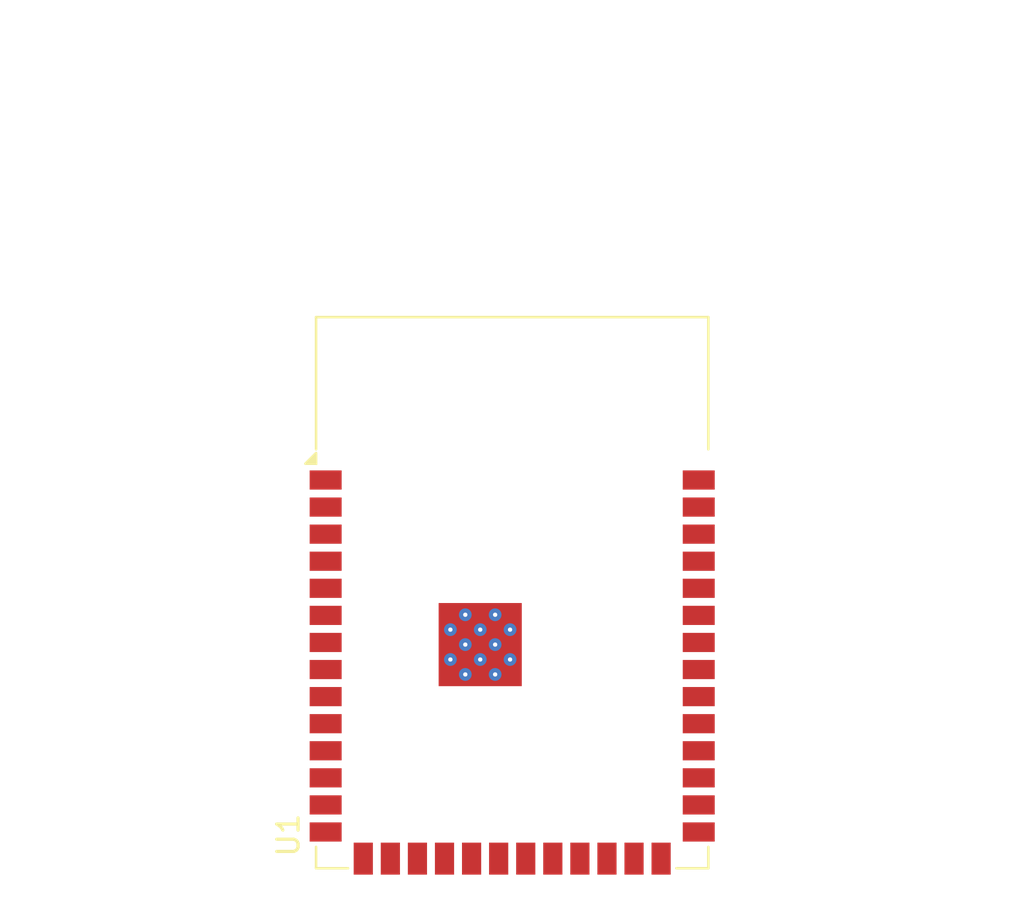
<source format=kicad_pcb>
(kicad_pcb (version 20240108) (generator "pcbnew") (generator_version "8.0")
  (layers (0 "F.Cu" signal) (31 "B.Cu" signal) (34 "B.Paste" user) (35 "F.Paste" user) (36 "B.SilkS" user "B.Silkscreen") (37 "F.SilkS" user "F.Silkscreen") (38 "B.Mask" user) (39 "F.Mask" user) (44 "Edge.Cuts" user))
  (net 0 "")
  (net 1 "/D8")
  (net 2 "/D7")
  (net 3 "/CAM_RESET")
  (net 4 "Net-(U1-GND-Pad1)")
  (net 5 "/D2")
  (net 6 "/CAM_SIOD")
  (net 11 "/DGND")
  (net 14 "/CAM_PCLK")
  (net 20 "/CAM_SIOC")
  (net 23 "/CAM_VSYNC")
  (net 29 "/D3")
  (net 31 "/CAM_XVCLK")
  (net 33 "/D4")
  (net 35 "/D6")
  (net 37 "/D9")
  (net 39 "/D5")
  (footprint "RF_Module:ESP32-S3-WROOM-1" (layer "F.Cu") (at 115.49 79.5)
    (property "Reference" "U1" (at -10.5 11.4 90) (layer "F.SilkS"))
    (property "Value" "ESP32-S3-WROOM-1")
    (fp_line (start -9.2 -12.9) (end -9.2 -6.7) (stroke (width 0.12)) (layer "F.SilkS"))
    (fp_line (start -9.2 -12.9) (end 9.2 -12.9) (stroke (width 0.12)) (layer "F.SilkS"))
    (fp_line (start -9.2 11.95) (end -9.2 12.95) (stroke (width 0.12)) (layer "F.SilkS"))
    (fp_line (start -9.2 12.95) (end -7.7 12.95) (stroke (width 0.12)) (layer "F.SilkS"))
    (fp_line (start 9.2 -12.9) (end 9.2 -6.7) (stroke (width 0.12)) (layer "F.SilkS"))
    (fp_line (start 9.2 12.95) (end 7.7 12.95) (stroke (width 0.12)) (layer "F.SilkS"))
    (fp_line (start 9.2 12.95) (end 9.2 11.95) (stroke (width 0.12)) (layer "F.SilkS"))
    (fp_poly (pts (xy -9.2 -6.025) (xy -9.7 -6.025) (xy -9.2 -6.525) (xy -9.2 -6.025)) (stroke (width 0.12)) (fill solid) (layer "F.SilkS"))
    (pad "1" smd rect (at -8.75 -5.26) (size 1.5 0.9) (layers "F.Cu" "F.Paste" "F.Mask") (net 4 "Net-(U1-GND-Pad1)"))
    (pad "2" smd rect (at -8.75 -3.99) (size 1.5 0.9) (layers "F.Cu" "F.Paste" "F.Mask"))
    (pad "3" smd rect (at -8.75 -2.72) (size 1.5 0.9) (layers "F.Cu" "F.Paste" "F.Mask"))
    (pad "4" smd rect (at -8.75 -1.45) (size 1.5 0.9) (layers "F.Cu" "F.Paste" "F.Mask") (net 6 "/CAM_SIOD"))
    (pad "5" smd rect (at -8.75 -0.18) (size 1.5 0.9) (layers "F.Cu" "F.Paste" "F.Mask") (net 20 "/CAM_SIOC"))
    (pad "6" smd rect (at -8.75 1.09) (size 1.5 0.9) (layers "F.Cu" "F.Paste" "F.Mask") (net 3 "/CAM_RESET"))
    (pad "7" smd rect (at -8.75 2.36) (size 1.5 0.9) (layers "F.Cu" "F.Paste" "F.Mask") (net 23 "/CAM_VSYNC"))
    (pad "8" smd rect (at -8.75 3.63) (size 1.5 0.9) (layers "F.Cu" "F.Paste" "F.Mask") (net 5 "/D2"))
    (pad "9" smd rect (at -8.75 4.9) (size 1.5 0.9) (layers "F.Cu" "F.Paste" "F.Mask") (net 39 "/D5"))
    (pad "10" smd rect (at -8.75 6.17) (size 1.5 0.9) (layers "F.Cu" "F.Paste" "F.Mask") (net 29 "/D3"))
    (pad "11" smd rect (at -8.75 7.44) (size 1.5 0.9) (layers "F.Cu" "F.Paste" "F.Mask") (net 33 "/D4"))
    (pad "12" smd rect (at -8.75 8.71) (size 1.5 0.9) (layers "F.Cu" "F.Paste" "F.Mask") (net 37 "/D9"))
    (pad "13" smd rect (at -8.75 9.98) (size 1.5 0.9) (layers "F.Cu" "F.Paste" "F.Mask"))
    (pad "14" smd rect (at -8.75 11.25 180) (size 1.5 0.9) (layers "F.Cu" "F.Paste" "F.Mask"))
    (pad "15" smd rect (at -6.985 12.5 270) (size 1.5 0.9) (layers "F.Cu" "F.Paste" "F.Mask"))
    (pad "16" smd rect (at -5.715 12.5 270) (size 1.5 0.9) (layers "F.Cu" "F.Paste" "F.Mask"))
    (pad "17" smd rect (at -4.445 12.5 270) (size 1.5 0.9) (layers "F.Cu" "F.Paste" "F.Mask") (net 31 "/CAM_XVCLK"))
    (pad "18" smd rect (at -3.175 12.5 270) (size 1.5 0.9) (layers "F.Cu" "F.Paste" "F.Mask") (net 1 "/D8"))
    (pad "19" smd rect (at -1.905 12.5 270) (size 1.5 0.9) (layers "F.Cu" "F.Paste" "F.Mask") (net 11 "/DGND"))
    (pad "20" smd rect (at -0.635 12.5 270) (size 1.5 0.9) (layers "F.Cu" "F.Paste" "F.Mask") (net 2 "/D7"))
    (pad "21" smd rect (at 0.635 12.5 270) (size 1.5 0.9) (layers "F.Cu" "F.Paste" "F.Mask") (net 14 "/CAM_PCLK"))
    (pad "22" smd rect (at 1.905 12.5 270) (size 1.5 0.9) (layers "F.Cu" "F.Paste" "F.Mask") (net 35 "/D6"))
    (pad "23" smd rect (at 3.175 12.5 270) (size 1.5 0.9) (layers "F.Cu" "F.Paste" "F.Mask"))
    (pad "24" smd rect (at 4.445 12.5 270) (size 1.5 0.9) (layers "F.Cu" "F.Paste" "F.Mask"))
    (pad "25" smd rect (at 5.715 12.5 270) (size 1.5 0.9) (layers "F.Cu" "F.Paste" "F.Mask"))
    (pad "26" smd rect (at 6.985 12.5 270) (size 1.5 0.9) (layers "F.Cu" "F.Paste" "F.Mask"))
    (pad "27" smd rect (at 8.75 11.25) (size 1.5 0.9) (layers "F.Cu" "F.Paste" "F.Mask"))
    (pad "28" smd rect (at 8.75 9.98) (size 1.5 0.9) (layers "F.Cu" "F.Paste" "F.Mask"))
    (pad "29" smd rect (at 8.75 8.71) (size 1.5 0.9) (layers "F.Cu" "F.Paste" "F.Mask"))
    (pad "30" smd rect (at 8.75 7.44) (size 1.5 0.9) (layers "F.Cu" "F.Paste" "F.Mask"))
    (pad "31" smd rect (at 8.75 6.17) (size 1.5 0.9) (layers "F.Cu" "F.Paste" "F.Mask"))
    (pad "32" smd rect (at 8.75 4.9) (size 1.5 0.9) (layers "F.Cu" "F.Paste" "F.Mask"))
    (pad "33" smd rect (at 8.75 3.63) (size 1.5 0.9) (layers "F.Cu" "F.Paste" "F.Mask"))
    (pad "34" smd rect (at 8.75 2.36) (size 1.5 0.9) (layers "F.Cu" "F.Paste" "F.Mask"))
    (pad "35" smd rect (at 8.75 1.09) (size 1.5 0.9) (layers "F.Cu" "F.Paste" "F.Mask"))
    (pad "36" smd rect (at 8.75 -0.18) (size 1.5 0.9) (layers "F.Cu" "F.Paste" "F.Mask"))
    (pad "37" smd rect (at 8.75 -1.45) (size 1.5 0.9) (layers "F.Cu" "F.Paste" "F.Mask"))
    (pad "38" smd rect (at 8.75 -2.72) (size 1.5 0.9) (layers "F.Cu" "F.Paste" "F.Mask"))
    (pad "39" smd rect (at 8.75 -3.99) (size 1.5 0.9) (layers "F.Cu" "F.Paste" "F.Mask"))
    (pad "40" smd rect (at 8.75 -5.26) (size 1.5 0.9) (layers "F.Cu" "F.Paste" "F.Mask") (net 4 "Net-(U1-GND-Pad1)"))
    (pad "41" thru_hole circle (at -2.9 1.76 90) (size 0.6 0.6) (drill 0.2) (property pad_prop_heatsink) (layers "*.Cu" "F.Mask") (net 4 "Net-(U1-GND-Pad1)"))
    (pad "41" thru_hole circle (at -2.9 3.16) (size 0.6 0.6) (drill 0.2) (property pad_prop_heatsink) (layers "*.Cu" "F.Mask") (net 4 "Net-(U1-GND-Pad1)"))
    (pad "41" thru_hole circle (at -2.2 1.06) (size 0.6 0.6) (drill 0.2) (property pad_prop_heatsink) (layers "*.Cu" "F.Mask") (net 4 "Net-(U1-GND-Pad1)"))
    (pad "41" thru_hole circle (at -2.2 2.46) (size 0.6 0.6) (drill 0.2) (property pad_prop_heatsink) (layers "*.Cu" "F.Mask") (net 4 "Net-(U1-GND-Pad1)"))
    (pad "41" thru_hole circle (at -2.2 3.86) (size 0.6 0.6) (drill 0.2) (property pad_prop_heatsink) (layers "*.Cu" "F.Mask") (net 4 "Net-(U1-GND-Pad1)"))
    (pad "41" thru_hole circle (at -1.5 1.76) (size 0.6 0.6) (drill 0.2) (property pad_prop_heatsink) (layers "*.Cu" "F.Mask") (net 4 "Net-(U1-GND-Pad1)"))
    (pad "41" smd rect (at -1.5 2.46 270) (size 3.9 3.9) (layers "F.Cu" "F.Mask") (net 4 "Net-(U1-GND-Pad1)"))
    (pad "41" thru_hole circle (at -1.5 3.16) (size 0.6 0.6) (drill 0.2) (property pad_prop_heatsink) (layers "*.Cu" "F.Mask") (net 4 "Net-(U1-GND-Pad1)"))
    (pad "41" thru_hole circle (at -0.8 1.06) (size 0.6 0.6) (drill 0.2) (property pad_prop_heatsink) (layers "*.Cu" "F.Mask") (net 4 "Net-(U1-GND-Pad1)"))
    (pad "41" thru_hole circle (at -0.8 2.46) (size 0.6 0.6) (drill 0.2) (property pad_prop_heatsink) (layers "*.Cu" "F.Mask") (net 4 "Net-(U1-GND-Pad1)"))
    (pad "41" thru_hole circle (at -0.8 3.86) (size 0.6 0.6) (drill 0.2) (property pad_prop_heatsink) (layers "*.Cu" "F.Mask") (net 4 "Net-(U1-GND-Pad1)"))
    (pad "41" thru_hole circle (at -0.1 1.76) (size 0.6 0.6) (drill 0.2) (property pad_prop_heatsink) (layers "*.Cu" "F.Mask") (net 4 "Net-(U1-GND-Pad1)"))
    (pad "41" thru_hole circle (at -0.1 3.16) (size 0.6 0.6) (drill 0.2) (property pad_prop_heatsink) (layers "*.Cu" "F.Mask") (net 4 "Net-(U1-GND-Pad1)"))
  )
)
</source>
